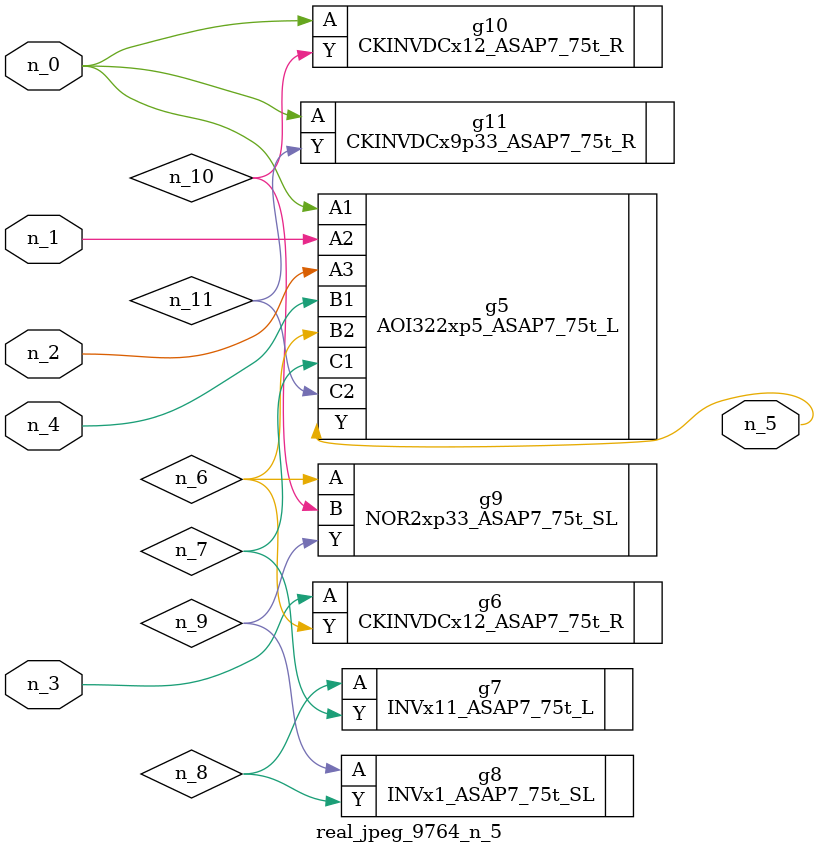
<source format=v>
module real_jpeg_9764_n_5 (n_4, n_0, n_1, n_2, n_3, n_5);

input n_4;
input n_0;
input n_1;
input n_2;
input n_3;

output n_5;

wire n_8;
wire n_11;
wire n_6;
wire n_7;
wire n_10;
wire n_9;

AOI322xp5_ASAP7_75t_L g5 ( 
.A1(n_0),
.A2(n_1),
.A3(n_2),
.B1(n_4),
.B2(n_6),
.C1(n_7),
.C2(n_11),
.Y(n_5)
);

CKINVDCx12_ASAP7_75t_R g10 ( 
.A(n_0),
.Y(n_10)
);

CKINVDCx9p33_ASAP7_75t_R g11 ( 
.A(n_0),
.Y(n_11)
);

CKINVDCx12_ASAP7_75t_R g6 ( 
.A(n_3),
.Y(n_6)
);

NOR2xp33_ASAP7_75t_SL g9 ( 
.A(n_6),
.B(n_10),
.Y(n_9)
);

INVx11_ASAP7_75t_L g7 ( 
.A(n_8),
.Y(n_7)
);

INVx1_ASAP7_75t_SL g8 ( 
.A(n_9),
.Y(n_8)
);


endmodule
</source>
